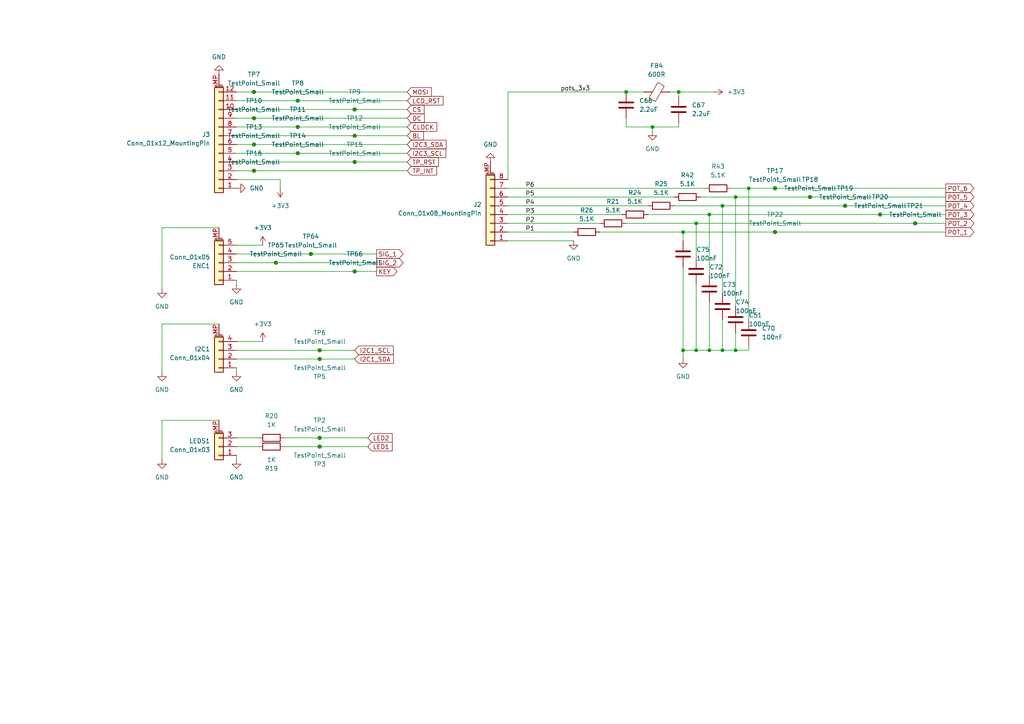
<source format=kicad_sch>
(kicad_sch (version 20250114) (generator "eeschema") (generator_version "9.0")
  (paper "A4")
  (lib_symbols
    (symbol "Connector:TestPoint_Small" (pin_numbers (hide yes)) (pin_names (offset 0.762) (hide yes))
      (property "Reference" "TP" (at 0 3.81 0))
      (property "Value" "TestPoint_Small" (at 0 2.032 0))
      (symbol "TestPoint_Small_0_1"
        (circle (center 0 0) (radius 0.508))
      )
      (symbol "TestPoint_Small_1_1"
        (pin passive line (at 0 0 90) (length 0) (name "1") (number "1"))
      )
    )
    (symbol "Connector_Generic_MountingPin:Conn_01x03_MountingPin" (pin_names (offset 1.016) (hide yes))
      (property "Reference" "J" (at 0 5.08 0))
      (property "Value" "Conn_01x03_MountingPin" (at 1.27 -5.08 0))
      (symbol "Conn_01x03_MountingPin_1_1"
        (rectangle (start -1.27 3.81) (end 1.27 -3.81) (stroke (width 0.254)) (fill (type background)))
        (rectangle (start -1.27 2.667) (end 0 2.413) (stroke (width 0.1524)))
        (rectangle (start -1.27 0.127) (end 0 -0.127) (stroke (width 0.1524)))
        (rectangle (start -1.27 -2.413) (end 0 -2.667) (stroke (width 0.1524)))
        (polyline (pts (xy -1.016 -4.572) (xy 1.016 -4.572)) (stroke (width 0.1524)))
        (text "Mounting" (at 0 -4.191 0) (effects (font (size 0.381 0.381))))
        (pin passive line (at -5.08 2.54 0) (length 3.81) (name "Pin_1") (number "1"))
        (pin passive line (at -5.08 0 0) (length 3.81) (name "Pin_2") (number "2"))
        (pin passive line (at -5.08 -2.54 0) (length 3.81) (name "Pin_3") (number "3"))
        (pin passive line (at 0 -7.62 90) (length 3.048) (name "MountPin") (number "MP"))
      )
    )
    (symbol "Connector_Generic_MountingPin:Conn_01x04_MountingPin" (pin_names (offset 1.016) (hide yes))
      (property "Reference" "J" (at 0 5.08 0))
      (property "Value" "Conn_01x04_MountingPin" (at 1.27 -7.62 0))
      (symbol "Conn_01x04_MountingPin_1_1"
        (rectangle (start -1.27 3.81) (end 1.27 -6.35) (stroke (width 0.254)) (fill (type background)))
        (rectangle (start -1.27 2.667) (end 0 2.413) (stroke (width 0.1524)))
        (rectangle (start -1.27 0.127) (end 0 -0.127) (stroke (width 0.1524)))
        (rectangle (start -1.27 -2.413) (end 0 -2.667) (stroke (width 0.1524)))
        (rectangle (start -1.27 -4.953) (end 0 -5.207) (stroke (width 0.1524)))
        (polyline (pts (xy -1.016 -7.112) (xy 1.016 -7.112)) (stroke (width 0.1524)))
        (text "Mounting" (at 0 -6.731 0) (effects (font (size 0.381 0.381))))
        (pin passive line (at -5.08 2.54 0) (length 3.81) (name "Pin_1") (number "1"))
        (pin passive line (at -5.08 0 0) (length 3.81) (name "Pin_2") (number "2"))
        (pin passive line (at -5.08 -2.54 0) (length 3.81) (name "Pin_3") (number "3"))
        (pin passive line (at -5.08 -5.08 0) (length 3.81) (name "Pin_4") (number "4"))
        (pin passive line (at 0 -10.16 90) (length 3.048) (name "MountPin") (number "MP"))
      )
    )
    (symbol "Connector_Generic_MountingPin:Conn_01x05_MountingPin" (pin_names (offset 1.016) (hide yes))
      (property "Reference" "J" (at 0 7.62 0))
      (property "Value" "Conn_01x05_MountingPin" (at 1.27 -7.62 0))
      (symbol "Conn_01x05_MountingPin_1_1"
        (rectangle (start -1.27 6.35) (end 1.27 -6.35) (stroke (width 0.254)) (fill (type background)))
        (rectangle (start -1.27 5.207) (end 0 4.953) (stroke (width 0.1524)))
        (rectangle (start -1.27 2.667) (end 0 2.413) (stroke (width 0.1524)))
        (rectangle (start -1.27 0.127) (end 0 -0.127) (stroke (width 0.1524)))
        (rectangle (start -1.27 -2.413) (end 0 -2.667) (stroke (width 0.1524)))
        (rectangle (start -1.27 -4.953) (end 0 -5.207) (stroke (width 0.1524)))
        (polyline (pts (xy -1.016 -7.112) (xy 1.016 -7.112)) (stroke (width 0.1524)))
        (text "Mounting" (at 0 -6.731 0) (effects (font (size 0.381 0.381))))
        (pin passive line (at -5.08 5.08 0) (length 3.81) (name "Pin_1") (number "1"))
        (pin passive line (at -5.08 2.54 0) (length 3.81) (name "Pin_2") (number "2"))
        (pin passive line (at -5.08 0 0) (length 3.81) (name "Pin_3") (number "3"))
        (pin passive line (at -5.08 -2.54 0) (length 3.81) (name "Pin_4") (number "4"))
        (pin passive line (at -5.08 -5.08 0) (length 3.81) (name "Pin_5") (number "5"))
        (pin passive line (at 0 -10.16 90) (length 3.048) (name "MountPin") (number "MP"))
      )
    )
    (symbol "Connector_Generic_MountingPin:Conn_01x08_MountingPin" (pin_names (offset 1.016) (hide yes))
      (property "Reference" "J" (at 0 10.16 0))
      (property "Value" "Conn_01x08_MountingPin" (at 1.27 -12.7 0))
      (symbol "Conn_01x08_MountingPin_1_1"
        (rectangle (start -1.27 8.89) (end 1.27 -11.43) (stroke (width 0.254)) (fill (type background)))
        (rectangle (start -1.27 7.747) (end 0 7.493) (stroke (width 0.1524)))
        (rectangle (start -1.27 5.207) (end 0 4.953) (stroke (width 0.1524)))
        (rectangle (start -1.27 2.667) (end 0 2.413) (stroke (width 0.1524)))
        (rectangle (start -1.27 0.127) (end 0 -0.127) (stroke (width 0.1524)))
        (rectangle (start -1.27 -2.413) (end 0 -2.667) (stroke (width 0.1524)))
        (rectangle (start -1.27 -4.953) (end 0 -5.207) (stroke (width 0.1524)))
        (rectangle (start -1.27 -7.493) (end 0 -7.747) (stroke (width 0.1524)))
        (rectangle (start -1.27 -10.033) (end 0 -10.287) (stroke (width 0.1524)))
        (polyline (pts (xy -1.016 -12.192) (xy 1.016 -12.192)) (stroke (width 0.1524)))
        (text "Mounting" (at 0 -11.811 0) (effects (font (size 0.381 0.381))))
        (pin passive line (at -5.08 7.62 0) (length 3.81) (name "Pin_1") (number "1"))
        (pin passive line (at -5.08 5.08 0) (length 3.81) (name "Pin_2") (number "2"))
        (pin passive line (at -5.08 2.54 0) (length 3.81) (name "Pin_3") (number "3"))
        (pin passive line (at -5.08 0 0) (length 3.81) (name "Pin_4") (number "4"))
        (pin passive line (at -5.08 -2.54 0) (length 3.81) (name "Pin_5") (number "5"))
        (pin passive line (at -5.08 -5.08 0) (length 3.81) (name "Pin_6") (number "6"))
        (pin passive line (at -5.08 -7.62 0) (length 3.81) (name "Pin_7") (number "7"))
        (pin passive line (at -5.08 -10.16 0) (length 3.81) (name "Pin_8") (number "8"))
        (pin passive line (at 0 -15.24 90) (length 3.048) (name "MountPin") (number "MP"))
      )
    )
    (symbol "Connector_Generic_MountingPin:Conn_01x12_MountingPin" (pin_names (offset 1.016) (hide yes))
      (property "Reference" "J" (at 0 15.24 0))
      (property "Value" "Conn_01x12_MountingPin" (at 1.27 -17.78 0))
      (symbol "Conn_01x12_MountingPin_1_1"
        (rectangle (start -1.27 13.97) (end 1.27 -16.51) (stroke (width 0.254)) (fill (type background)))
        (rectangle (start -1.27 12.827) (end 0 12.573) (stroke (width 0.1524)))
        (rectangle (start -1.27 10.287) (end 0 10.033) (stroke (width 0.1524)))
        (rectangle (start -1.27 7.747) (end 0 7.493) (stroke (width 0.1524)))
        (rectangle (start -1.27 5.207) (end 0 4.953) (stroke (width 0.1524)))
        (rectangle (start -1.27 2.667) (end 0 2.413) (stroke (width 0.1524)))
        (rectangle (start -1.27 0.127) (end 0 -0.127) (stroke (width 0.1524)))
        (rectangle (start -1.27 -2.413) (end 0 -2.667) (stroke (width 0.1524)))
        (rectangle (start -1.27 -4.953) (end 0 -5.207) (stroke (width 0.1524)))
        (rectangle (start -1.27 -7.493) (end 0 -7.747) (stroke (width 0.1524)))
        (rectangle (start -1.27 -10.033) (end 0 -10.287) (stroke (width 0.1524)))
        (rectangle (start -1.27 -12.573) (end 0 -12.827) (stroke (width 0.1524)))
        (rectangle (start -1.27 -15.113) (end 0 -15.367) (stroke (width 0.1524)))
        (polyline (pts (xy -1.016 -17.272) (xy 1.016 -17.272)) (stroke (width 0.1524)))
        (text "Mounting" (at 0 -16.891 0) (effects (font (size 0.381 0.381))))
        (pin passive line (at -5.08 12.7 0) (length 3.81) (name "Pin_1") (number "1"))
        (pin passive line (at -5.08 10.16 0) (length 3.81) (name "Pin_2") (number "2"))
        (pin passive line (at -5.08 7.62 0) (length 3.81) (name "Pin_3") (number "3"))
        (pin passive line (at -5.08 5.08 0) (length 3.81) (name "Pin_4") (number "4"))
        (pin passive line (at -5.08 2.54 0) (length 3.81) (name "Pin_5") (number "5"))
        (pin passive line (at -5.08 0 0) (length 3.81) (name "Pin_6") (number "6"))
        (pin passive line (at -5.08 -2.54 0) (length 3.81) (name "Pin_7") (number "7"))
        (pin passive line (at -5.08 -5.08 0) (length 3.81) (name "Pin_8") (number "8"))
        (pin passive line (at -5.08 -7.62 0) (length 3.81) (name "Pin_9") (number "9"))
        (pin passive line (at -5.08 -10.16 0) (length 3.81) (name "Pin_10") (number "10"))
        (pin passive line (at -5.08 -12.7 0) (length 3.81) (name "Pin_11") (number "11"))
        (pin passive line (at -5.08 -15.24 0) (length 3.81) (name "Pin_12") (number "12"))
        (pin passive line (at 0 -20.32 90) (length 3.048) (name "MountPin") (number "MP"))
      )
    )
    (symbol "Device:C" (pin_numbers (hide yes)) (pin_names (offset 0.254))
      (property "Reference" "C" (at 0.635 2.54 0))
      (property "Value" "C" (at 0.635 -2.54 0))
      (symbol "C_0_1"
        (polyline (pts (xy -2.032 0.762) (xy 2.032 0.762)) (stroke (width 0.508)))
        (polyline (pts (xy -2.032 -0.762) (xy 2.032 -0.762)) (stroke (width 0.508)))
      )
      (symbol "C_1_1"
        (pin passive line (at 0 3.81 270) (length 2.794) (name "~") (number "1"))
        (pin passive line (at 0 -3.81 90) (length 2.794) (name "~") (number "2"))
      )
    )
    (symbol "Device:FerriteBead" (pin_numbers (hide yes)) (pin_names (offset 0))
      (property "Reference" "FB" (at -3.81 0.635 90))
      (property "Value" "FerriteBead" (at 3.81 0 90))
      (symbol "FerriteBead_0_1"
        (polyline (pts (xy -2.7686 0.4064) (xy -1.7018 2.2606) (xy 2.7686 -0.3048) (xy 1.6764 -2.159) (xy -2.7686 0.4064)))
        (polyline (pts (xy 0 1.27) (xy 0 1.2954)))
        (polyline (pts (xy 0 -1.27) (xy 0 -1.2192)))
      )
      (symbol "FerriteBead_1_1"
        (pin passive line (at 0 3.81 270) (length 2.54) (name "~") (number "1"))
        (pin passive line (at 0 -3.81 90) (length 2.54) (name "~") (number "2"))
      )
    )
    (symbol "Device:R" (pin_numbers (hide yes)) (pin_names (offset 0))
      (property "Reference" "R" (at 2.032 0 90))
      (property "Value" "R" (at 0 0 90))
      (symbol "R_0_1"
        (rectangle (start -1.016 -2.54) (end 1.016 2.54) (stroke (width 0.254)))
      )
      (symbol "R_1_1"
        (pin passive line (at 0 3.81 270) (length 1.27) (name "~") (number "1"))
        (pin passive line (at 0 -3.81 90) (length 1.27) (name "~") (number "2"))
      )
    )
    (symbol "GND_1" (power) (pin_numbers (hide yes)) (pin_names (offset 0) (hide yes))
      (property "Value" "GND" (at 0 -3.81 0))
      (symbol "GND_1_0_1"
        (polyline (pts (xy 0 0) (xy 0 -1.27) (xy 1.27 -1.27) (xy 0 -2.54) (xy -1.27 -1.27) (xy 0 -1.27)))
      )
      (symbol "GND_1_1_1"
        (pin power_in line (at 0 0 270) (length 0) (name "~") (number "1"))
      )
    )
    (symbol "power:+3V3" (power) (pin_numbers (hide yes)) (pin_names (offset 0) (hide yes))
      (property "Value" "+3V3" (at 0 3.556 0))
      (symbol "+3V3_0_1"
        (polyline (pts (xy -0.762 1.27) (xy 0 2.54)))
        (polyline (pts (xy 0 2.54) (xy 0.762 1.27)))
        (polyline (pts (xy 0 0) (xy 0 2.54)))
      )
      (symbol "+3V3_1_1"
        (pin power_in line (at 0 0 90) (length 0) (name "~") (number "1"))
      )
    )
  )
  (junction (at 209.55 59.69))
  (junction (at 102.87 78.74))
  (junction (at 73.66 49.53))
  (junction (at 201.93 101.6))
  (junction (at 245.11 59.69))
  (junction (at 102.87 46.99))
  (junction (at 224.79 67.31))
  (junction (at 73.66 26.67))
  (junction (at 86.36 29.21))
  (junction (at 92.71 129.54))
  (junction (at 102.87 39.37))
  (junction (at 80.01 76.2))
  (junction (at 92.71 127))
  (junction (at 205.74 101.6))
  (junction (at 102.87 31.75))
  (junction (at 181.61 26.67))
  (junction (at 189.23 36.83))
  (junction (at 217.17 54.61))
  (junction (at 201.93 64.77))
  (junction (at 255.27 62.23))
  (junction (at 196.85 26.67))
  (junction (at 205.74 62.23))
  (junction (at 90.17 73.66))
  (junction (at 92.71 101.6))
  (junction (at 198.12 67.31))
  (junction (at 198.12 101.6))
  (junction (at 73.66 41.91))
  (junction (at 265.43 64.77))
  (junction (at 213.36 101.6))
  (junction (at 92.71 104.14))
  (junction (at 234.95 57.15))
  (junction (at 224.79 54.61))
  (junction (at 213.36 57.15))
  (junction (at 209.55 101.6))
  (junction (at 73.66 34.29))
  (junction (at 86.36 44.45))
  (junction (at 86.36 36.83))
  (wire (pts (xy 118.11 29.21) (xy 86.36 29.21)))
  (wire (pts (xy 109.22 73.66) (xy 90.17 73.66)))
  (wire (pts (xy 181.61 26.67) (xy 147.32 26.67)))
  (wire (pts (xy 205.74 62.23) (xy 205.74 80.01)))
  (wire (pts (xy 187.96 62.23) (xy 205.74 62.23)))
  (wire (pts (xy 73.66 26.67) (xy 68.58 26.67)))
  (wire (pts (xy 181.61 36.83) (xy 181.61 34.29)))
  (wire (pts (xy 198.12 67.31) (xy 224.79 67.31)))
  (wire (pts (xy 147.32 64.77) (xy 173.99 64.77)))
  (wire (pts (xy 198.12 101.6) (xy 198.12 104.14)))
  (wire (pts (xy 46.99 93.98) (xy 46.99 107.95)))
  (wire (pts (xy 76.2 99.06) (xy 68.58 99.06)))
  (wire (pts (xy 73.66 49.53) (xy 68.58 49.53)))
  (wire (pts (xy 73.66 41.91) (xy 68.58 41.91)))
  (wire (pts (xy 68.58 106.68) (xy 68.58 107.95)))
  (wire (pts (xy 181.61 26.67) (xy 186.69 26.67)))
  (wire (pts (xy 213.36 101.6) (xy 217.17 101.6)))
  (wire (pts (xy 201.93 82.55) (xy 201.93 101.6)))
  (wire (pts (xy 201.93 64.77) (xy 265.43 64.77)))
  (wire (pts (xy 189.23 36.83) (xy 181.61 36.83)))
  (wire (pts (xy 81.28 52.07) (xy 68.58 52.07)))
  (wire (pts (xy 201.93 64.77) (xy 201.93 74.93)))
  (wire (pts (xy 205.74 87.63) (xy 205.74 101.6)))
  (wire (pts (xy 195.58 59.69) (xy 209.55 59.69)))
  (wire (pts (xy 198.12 69.85) (xy 198.12 67.31)))
  (wire (pts (xy 147.32 69.85) (xy 166.37 69.85)))
  (wire (pts (xy 209.55 92.71) (xy 209.55 101.6)))
  (wire (pts (xy 147.32 26.67) (xy 147.32 52.07)))
  (wire (pts (xy 118.11 41.91) (xy 73.66 41.91)))
  (wire (pts (xy 92.71 104.14) (xy 102.87 104.14)))
  (wire (pts (xy 109.22 78.74) (xy 102.87 78.74)))
  (wire (pts (xy 212.09 54.61) (xy 217.17 54.61)))
  (wire (pts (xy 213.36 57.15) (xy 234.95 57.15)))
  (wire (pts (xy 147.32 54.61) (xy 204.47 54.61)))
  (wire (pts (xy 189.23 36.83) (xy 196.85 36.83)))
  (wire (pts (xy 102.87 31.75) (xy 68.58 31.75)))
  (wire (pts (xy 205.74 101.6) (xy 209.55 101.6)))
  (wire (pts (xy 92.71 129.54) (xy 106.68 129.54)))
  (wire (pts (xy 217.17 100.33) (xy 217.17 101.6)))
  (wire (pts (xy 198.12 101.6) (xy 201.93 101.6)))
  (wire (pts (xy 189.23 36.83) (xy 189.23 38.1)))
  (wire (pts (xy 68.58 101.6) (xy 92.71 101.6)))
  (wire (pts (xy 203.2 57.15) (xy 213.36 57.15)))
  (wire (pts (xy 68.58 104.14) (xy 92.71 104.14)))
  (wire (pts (xy 147.32 62.23) (xy 180.34 62.23)))
  (wire (pts (xy 46.99 121.92) (xy 63.5 121.92)))
  (wire (pts (xy 46.99 66.04) (xy 63.5 66.04)))
  (wire (pts (xy 201.93 101.6) (xy 205.74 101.6)))
  (wire (pts (xy 147.32 67.31) (xy 166.37 67.31)))
  (wire (pts (xy 118.11 39.37) (xy 102.87 39.37)))
  (wire (pts (xy 245.11 59.69) (xy 274.32 59.69)))
  (wire (pts (xy 213.36 57.15) (xy 213.36 88.9)))
  (wire (pts (xy 68.58 127) (xy 74.93 127)))
  (wire (pts (xy 90.17 73.66) (xy 68.58 73.66)))
  (wire (pts (xy 173.99 67.31) (xy 198.12 67.31)))
  (wire (pts (xy 118.11 49.53) (xy 73.66 49.53)))
  (wire (pts (xy 147.32 57.15) (xy 195.58 57.15)))
  (wire (pts (xy 68.58 129.54) (xy 74.93 129.54)))
  (wire (pts (xy 217.17 54.61) (xy 217.17 92.71)))
  (wire (pts (xy 118.11 34.29) (xy 73.66 34.29)))
  (wire (pts (xy 205.74 62.23) (xy 255.27 62.23)))
  (wire (pts (xy 194.31 26.67) (xy 196.85 26.67)))
  (wire (pts (xy 209.55 59.69) (xy 209.55 85.09)))
  (wire (pts (xy 187.96 59.69) (xy 147.32 59.69)))
  (wire (pts (xy 92.71 129.54) (xy 82.55 129.54)))
  (wire (pts (xy 196.85 26.67) (xy 207.01 26.67)))
  (wire (pts (xy 68.58 133.35) (xy 68.58 132.08)))
  (wire (pts (xy 92.71 127) (xy 106.68 127)))
  (wire (pts (xy 92.71 127) (xy 82.55 127)))
  (wire (pts (xy 73.66 34.29) (xy 68.58 34.29)))
  (wire (pts (xy 255.27 62.23) (xy 274.32 62.23)))
  (wire (pts (xy 118.11 44.45) (xy 86.36 44.45)))
  (wire (pts (xy 86.36 29.21) (xy 68.58 29.21)))
  (wire (pts (xy 86.36 36.83) (xy 68.58 36.83)))
  (wire (pts (xy 224.79 67.31) (xy 274.32 67.31)))
  (wire (pts (xy 68.58 82.55) (xy 68.58 81.28)))
  (wire (pts (xy 76.2 71.12) (xy 68.58 71.12)))
  (wire (pts (xy 209.55 59.69) (xy 245.11 59.69)))
  (wire (pts (xy 118.11 46.99) (xy 102.87 46.99)))
  (wire (pts (xy 213.36 96.52) (xy 213.36 101.6)))
  (wire (pts (xy 86.36 44.45) (xy 68.58 44.45)))
  (wire (pts (xy 198.12 77.47) (xy 198.12 101.6)))
  (wire (pts (xy 118.11 26.67) (xy 73.66 26.67)))
  (wire (pts (xy 217.17 54.61) (xy 224.79 54.61)))
  (wire (pts (xy 118.11 31.75) (xy 102.87 31.75)))
  (wire (pts (xy 68.58 78.74) (xy 102.87 78.74)))
  (wire (pts (xy 224.79 54.61) (xy 274.32 54.61)))
  (wire (pts (xy 234.95 57.15) (xy 274.32 57.15)))
  (wire (pts (xy 80.01 76.2) (xy 68.58 76.2)))
  (wire (pts (xy 196.85 35.56) (xy 196.85 36.83)))
  (wire (pts (xy 265.43 64.77) (xy 274.32 64.77)))
  (wire (pts (xy 46.99 133.35) (xy 46.99 121.92)))
  (wire (pts (xy 102.87 39.37) (xy 68.58 39.37)))
  (wire (pts (xy 80.01 76.2) (xy 109.22 76.2)))
  (wire (pts (xy 102.87 46.99) (xy 68.58 46.99)))
  (wire (pts (xy 118.11 36.83) (xy 86.36 36.83)))
  (wire (pts (xy 63.5 93.98) (xy 46.99 93.98)))
  (wire (pts (xy 209.55 101.6) (xy 213.36 101.6)))
  (wire (pts (xy 181.61 64.77) (xy 201.93 64.77)))
  (wire (pts (xy 196.85 27.94) (xy 196.85 26.67)))
  (wire (pts (xy 46.99 83.82) (xy 46.99 66.04)))
  (wire (pts (xy 81.28 54.61) (xy 81.28 52.07)))
  (wire (pts (xy 92.71 101.6) (xy 102.87 101.6)))
  (label "P1" (at 152.4 67.31 0))
  (label "P2" (at 152.4 64.77 0))
  (label "P3" (at 152.4 62.23 0))
  (label "pots_3v3" (at 162.56 26.67 0))
  (label "P4" (at 152.4 59.69 0))
  (label "P6" (at 152.4 54.61 0))
  (label "P5" (at 152.4 57.15 0))
  (global_label "LED2" (shape input) (at 106.68 127 0) (property "Intersheetrefs" "${INTERSHEET_REFS}" (effects (hide yes))))
  (global_label "POT_1" (shape output) (at 274.32 67.31 0) (property "Intersheetrefs" "${INTERSHEET_REFS}" (effects (hide yes))))
  (global_label "POT_2" (shape output) (at 274.32 64.77 0) (property "Intersheetrefs" "${INTERSHEET_REFS}" (effects (hide yes))))
  (global_label "SIG_1" (shape output) (at 109.22 73.66 0) (property "Intersheetrefs" "${INTERSHEET_REFS}" (effects (hide yes))))
  (global_label "LCD_RST" (shape input) (at 118.11 29.21 0) (property "Intersheetrefs" "${INTERSHEET_REFS}" (effects (hide yes))))
  (global_label "DC" (shape input) (at 118.11 34.29 0) (property "Intersheetrefs" "${INTERSHEET_REFS}" (effects (hide yes))))
  (global_label "POT_3" (shape output) (at 274.32 62.23 0) (property "Intersheetrefs" "${INTERSHEET_REFS}" (effects (hide yes))))
  (global_label "BL" (shape input) (at 118.11 39.37 0) (property "Intersheetrefs" "${INTERSHEET_REFS}" (effects (hide yes))))
  (global_label "MOSI" (shape input) (at 118.11 26.67 0) (property "Intersheetrefs" "${INTERSHEET_REFS}" (effects (hide yes))))
  (global_label "POT_5" (shape output) (at 274.32 57.15 0) (property "Intersheetrefs" "${INTERSHEET_REFS}" (effects (hide yes))))
  (global_label "LED1" (shape input) (at 106.68 129.54 0) (property "Intersheetrefs" "${INTERSHEET_REFS}" (effects (hide yes))))
  (global_label "CS" (shape input) (at 118.11 31.75 0) (property "Intersheetrefs" "${INTERSHEET_REFS}" (effects (hide yes))))
  (global_label "I2C3_SCL" (shape input) (at 118.11 44.45 0) (property "Intersheetrefs" "${INTERSHEET_REFS}" (effects (hide yes))))
  (global_label "POT_4" (shape output) (at 274.32 59.69 0) (property "Intersheetrefs" "${INTERSHEET_REFS}" (effects (hide yes))))
  (global_label "I2C1_SCL" (shape input) (at 102.87 101.6 0) (property "Intersheetrefs" "${INTERSHEET_REFS}" (effects (hide yes))))
  (global_label "POT_6" (shape output) (at 274.32 54.61 0) (property "Intersheetrefs" "${INTERSHEET_REFS}" (effects (hide yes))))
  (global_label "KEY" (shape output) (at 109.22 78.74 0) (property "Intersheetrefs" "${INTERSHEET_REFS}" (effects (hide yes))))
  (global_label "CLOCK" (shape input) (at 118.11 36.83 0) (property "Intersheetrefs" "${INTERSHEET_REFS}" (effects (hide yes))))
  (global_label "TP_RST" (shape input) (at 118.11 46.99 0) (property "Intersheetrefs" "${INTERSHEET_REFS}" (effects (hide yes))))
  (global_label "TP_INT" (shape input) (at 118.11 49.53 0) (property "Intersheetrefs" "${INTERSHEET_REFS}" (effects (hide yes))))
  (global_label "I2C3_SDA" (shape input) (at 118.11 41.91 0) (property "Intersheetrefs" "${INTERSHEET_REFS}" (effects (hide yes))))
  (global_label "I2C1_SDA" (shape input) (at 102.87 104.14 0) (property "Intersheetrefs" "${INTERSHEET_REFS}" (effects (hide yes))))
  (global_label "SIG_2" (shape output) (at 109.22 76.2 0) (property "Intersheetrefs" "${INTERSHEET_REFS}" (effects (hide yes))))
  (symbol (lib_id "Device:C") (at 205.74 83.82 0) (unit 1)
    (property "Reference" "C73" (at 209.55 82.5499 0) (effects (justify left)))
    (property "Value" "100nF" (at 209.55 85.0899 0) (effects (justify left)))
    (property "Footprint" "Capacitor_SMD:C_0603_1608Metric" (effects (hide yes)))
  )
  (symbol (lib_name "GND_1") (lib_id "power:GND") (at 198.12 104.14 0) (unit 1)
    (property "Reference" "#PWR050" (effects (hide yes)))
    (property "Value" "GND" (at 198.12 109.22 0))
    (property "Description" "Power symbol creates a global label with name \"GND\" , ground" (effects (hide yes)))
  )
  (symbol (lib_id "Device:C") (at 196.85 31.75 0) (unit 1)
    (property "Reference" "C67" (at 200.66 30.4799 0) (effects (justify left)))
    (property "Value" "2.2uF" (at 200.66 33.0199 0) (effects (justify left)))
    (property "Footprint" "Capacitor_SMD:C_0603_1608Metric" (effects (hide yes)))
  )
  (symbol (lib_id "Connector:TestPoint_Small") (at 73.66 49.53 90) (unit 1)
    (property "Reference" "TP16" (at 73.66 44.45 90))
    (property "Value" "TestPoint_Small" (at 73.66 46.99 90))
    (property "Footprint" "TestPoint:TestPoint_Pad_D1.0mm" (effects (hide yes)))
    (property "Description" "test point" (effects (hide yes)))
  )
  (symbol (lib_id "Device:C") (at 181.61 30.48 0) (unit 1)
    (property "Reference" "C66" (at 185.42 29.2099 0) (effects (justify left)))
    (property "Value" "2.2uF" (at 185.42 31.7499 0) (effects (justify left)))
    (property "Footprint" "Capacitor_SMD:C_0603_1608Metric" (effects (hide yes)))
  )
  (symbol (lib_name "GND_1") (lib_id "power:GND") (at 166.37 69.85 0) (unit 1)
    (property "Reference" "#PWR045" (effects (hide yes)))
    (property "Value" "GND" (at 166.37 74.93 0))
    (property "Description" "Power symbol creates a global label with name \"GND\" , ground" (effects (hide yes)))
  )
  (symbol (lib_id "Connector:TestPoint_Small") (at 92.71 104.14 90) (mirror x) (unit 1)
    (property "Reference" "TP5" (at 92.71 109.22 90))
    (property "Value" "TestPoint_Small" (at 92.71 106.68 90))
    (property "Footprint" "TestPoint:TestPoint_Pad_D1.0mm" (effects (hide yes)))
    (property "Description" "test point" (effects (hide yes)))
  )
  (symbol (lib_id "Device:C") (at 217.17 96.52 0) (unit 1)
    (property "Reference" "C70" (at 220.98 95.2499 0) (effects (justify left)))
    (property "Value" "100nF" (at 220.98 97.7899 0) (effects (justify left)))
    (property "Footprint" "Capacitor_SMD:C_0603_1608Metric" (effects (hide yes)))
  )
  (symbol (lib_name "GND_1") (lib_id "power:GND") (at 63.5 21.59 180) (unit 1)
    (property "Reference" "#PWR090" (effects (hide yes)))
    (property "Value" "GND" (at 63.5 16.51 0))
    (property "Description" "Power symbol creates a global label with name \"GND\" , ground" (effects (hide yes)))
  )
  (symbol (lib_id "Device:C") (at 201.93 78.74 0) (unit 1)
    (property "Reference" "C72" (at 205.74 77.4699 0) (effects (justify left)))
    (property "Value" "100nF" (at 205.74 80.0099 0) (effects (justify left)))
    (property "Footprint" "Capacitor_SMD:C_0603_1608Metric" (effects (hide yes)))
  )
  (symbol (lib_name "GND_1") (lib_id "power:GND") (at 68.58 54.61 90) (unit 1)
    (property "Reference" "#PWR088" (effects (hide yes)))
    (property "Value" "GND" (at 72.39 54.6099 90) (effects (justify right)))
    (property "Description" "Power symbol creates a global label with name \"GND\" , ground" (effects (hide yes)))
  )
  (symbol (lib_id "Connector_Generic_MountingPin:Conn_01x08_MountingPin") (at 142.24 62.23 180) (unit 1)
    (property "Reference" "J2" (at 139.7 59.3343 0) (effects (justify left)))
    (property "Value" "Conn_01x08_MountingPin" (at 139.7 61.8743 0) (effects (justify left)))
    (property "Footprint" "Connector_Molex:Molex_PicoBlade_53398-0871_1x08-1MP_P1.25mm_Vertical" (effects (hide yes)))
    (property "Description" "Generic connectable mounting pin connector, single row, 01x08, script generated (kicad-library-utils/schlib/autogen/connector/)" (effects (hide yes)))
  )
  (symbol (lib_name "GND_1") (lib_id "power:GND") (at 68.58 82.55 0) (unit 1)
    (property "Reference" "#PWR017" (effects (hide yes)))
    (property "Value" "GND" (at 68.58 87.63 0))
    (property "Description" "Power symbol creates a global label with name \"GND\" , ground" (effects (hide yes)))
  )
  (symbol (lib_id "Connector:TestPoint_Small") (at 92.71 127 90) (unit 1)
    (property "Reference" "TP2" (at 92.71 121.92 90))
    (property "Value" "TestPoint_Small" (at 92.71 124.46 90))
    (property "Footprint" "TestPoint:TestPoint_Pad_D1.0mm" (effects (hide yes)))
    (property "Description" "test point" (effects (hide yes)))
  )
  (symbol (lib_id "Connector:TestPoint_Small") (at 80.01 76.2 90) (unit 1)
    (property "Reference" "TP65" (at 80.01 71.12 90))
    (property "Value" "TestPoint_Small" (at 80.01 73.66 90))
    (property "Footprint" "TestPoint:TestPoint_Pad_D1.0mm" (effects (hide yes)))
    (property "Description" "test point" (effects (hide yes)))
  )
  (symbol (lib_id "Device:C") (at 209.55 88.9 0) (unit 1)
    (property "Reference" "C74" (at 213.36 87.6299 0) (effects (justify left)))
    (property "Value" "100nF" (at 213.36 90.1699 0) (effects (justify left)))
    (property "Footprint" "Capacitor_SMD:C_0603_1608Metric" (effects (hide yes)))
  )
  (symbol (lib_id "Device:C") (at 213.36 92.71 0) (unit 1)
    (property "Reference" "C51" (at 217.17 91.4399 0) (effects (justify left)))
    (property "Value" "100nF" (at 217.17 93.9799 0) (effects (justify left)))
    (property "Footprint" "Capacitor_SMD:C_0603_1608Metric" (effects (hide yes)))
  )
  (symbol (lib_id "Connector:TestPoint_Small") (at 234.95 57.15 90) (unit 1)
    (property "Reference" "TP18" (at 234.95 52.07 90))
    (property "Value" "TestPoint_Small" (at 234.95 54.61 90))
    (property "Footprint" "TestPoint:TestPoint_Pad_D1.0mm" (effects (hide yes)))
    (property "Description" "test point" (effects (hide yes)))
  )
  (symbol (lib_id "power:+3V3") (at 81.28 54.61 180) (unit 1)
    (property "Reference" "#PWR091" (effects (hide yes)))
    (property "Value" "+3V3" (at 81.28 59.69 0))
    (property "Description" "Power symbol creates a global label with name \"+3V3\"" (effects (hide yes)))
  )
  (symbol (lib_id "Connector:TestPoint_Small") (at 102.87 31.75 90) (unit 1)
    (property "Reference" "TP9" (at 102.87 26.67 90))
    (property "Value" "TestPoint_Small" (at 102.87 29.21 90))
    (property "Footprint" "TestPoint:TestPoint_Pad_D1.0mm" (effects (hide yes)))
    (property "Description" "test point" (effects (hide yes)))
  )
  (symbol (lib_id "Device:FerriteBead") (at 190.5 26.67 90) (unit 1)
    (property "Reference" "FB4" (at 190.4492 19.05 90))
    (property "Value" "600R" (at 190.4492 21.59 90))
    (property "Footprint" "Inductor_SMD:L_0603_1608Metric" (effects (hide yes)))
    (property "Description" "Ferrite bead" (effects (hide yes)))
  )
  (symbol (lib_id "Device:C") (at 198.12 73.66 0) (unit 1)
    (property "Reference" "C75" (at 201.93 72.3899 0) (effects (justify left)))
    (property "Value" "100nF" (at 201.93 74.9299 0) (effects (justify left)))
    (property "Footprint" "Capacitor_SMD:C_0603_1608Metric" (effects (hide yes)))
  )
  (symbol (lib_id "Connector_Generic_MountingPin:Conn_01x12_MountingPin") (at 63.5 41.91 180) (unit 1)
    (property "Reference" "J3" (at 60.96 39.0143 0) (effects (justify left)))
    (property "Value" "Conn_01x12_MountingPin" (at 60.96 41.5543 0) (effects (justify left)))
    (property "Footprint" "Connector_Molex:Molex_PicoBlade_53398-1271_1x12-1MP_P1.25mm_Vertical" (effects (hide yes)))
    (property "Description" "Generic connectable mounting pin connector, single row, 01x12, script generated (kicad-library-utils/schlib/autogen/connector/)" (effects (hide yes)))
  )
  (symbol (lib_id "Connector:TestPoint_Small") (at 102.87 78.74 90) (unit 1)
    (property "Reference" "TP66" (at 102.87 73.66 90))
    (property "Value" "TestPoint_Small" (at 102.87 76.2 90))
    (property "Footprint" "TestPoint:TestPoint_Pad_D1.0mm" (effects (hide yes)))
    (property "Description" "test point" (effects (hide yes)))
  )
  (symbol (lib_name "GND_1") (lib_id "power:GND") (at 189.23 38.1 0) (unit 1)
    (property "Reference" "#PWR064" (effects (hide yes)))
    (property "Value" "GND" (at 189.23 43.18 0))
    (property "Description" "Power symbol creates a global label with name \"GND\" , ground" (effects (hide yes)))
  )
  (symbol (lib_name "GND_1") (lib_id "power:GND") (at 46.99 107.95 0) (unit 1)
    (property "Reference" "#PWR0121" (effects (hide yes)))
    (property "Value" "GND" (at 46.99 113.03 0))
    (property "Description" "Power symbol creates a global label with name \"GND\" , ground" (effects (hide yes)))
  )
  (symbol (lib_name "GND_1") (lib_id "power:GND") (at 46.99 133.35 0) (unit 1)
    (property "Reference" "#PWR087" (effects (hide yes)))
    (property "Value" "GND" (at 46.99 138.43 0))
    (property "Description" "Power symbol creates a global label with name \"GND\" , ground" (effects (hide yes)))
  )
  (symbol (lib_id "Device:R") (at 78.74 129.54 90) (mirror x) (unit 1)
    (property "Reference" "R19" (at 78.74 135.89 90))
    (property "Value" "1K" (at 78.74 133.35 90))
    (property "Footprint" "Resistor_SMD:R_0603_1608Metric" (effects (hide yes)))
  )
  (symbol (lib_id "Connector:TestPoint_Small") (at 255.27 62.23 90) (unit 1)
    (property "Reference" "TP20" (at 255.27 57.15 90))
    (property "Value" "TestPoint_Small" (at 255.27 59.69 90))
    (property "Footprint" "TestPoint:TestPoint_Pad_D1.0mm" (effects (hide yes)))
    (property "Description" "test point" (effects (hide yes)))
  )
  (symbol (lib_id "power:+3V3") (at 76.2 99.06 0) (unit 1)
    (property "Reference" "#PWR035" (effects (hide yes)))
    (property "Value" "+3V3" (at 76.2 93.98 0))
    (property "Description" "Power symbol creates a global label with name \"+3V3\"" (effects (hide yes)))
  )
  (symbol (lib_id "power:+3V3") (at 76.2 71.12 0) (unit 1)
    (property "Reference" "#PWR0106" (effects (hide yes)))
    (property "Value" "+3V3" (at 76.2 66.04 0))
    (property "Description" "Power symbol creates a global label with name \"+3V3\"" (effects (hide yes)))
  )
  (symbol (lib_id "Connector:TestPoint_Small") (at 102.87 39.37 90) (unit 1)
    (property "Reference" "TP12" (at 102.87 34.29 90))
    (property "Value" "TestPoint_Small" (at 102.87 36.83 90))
    (property "Footprint" "TestPoint:TestPoint_Pad_D1.0mm" (effects (hide yes)))
    (property "Description" "test point" (effects (hide yes)))
  )
  (symbol (lib_id "Device:R") (at 170.18 67.31 90) (unit 1)
    (property "Reference" "R26" (at 170.18 60.96 90))
    (property "Value" "5.1K" (at 170.18 63.5 90))
    (property "Footprint" "Resistor_SMD:R_0603_1608Metric" (effects (hide yes)))
  )
  (symbol (lib_id "Device:R") (at 78.74 127 90) (unit 1)
    (property "Reference" "R20" (at 78.74 120.65 90))
    (property "Value" "1K" (at 78.74 123.19 90))
    (property "Footprint" "Resistor_SMD:R_0603_1608Metric" (effects (hide yes)))
  )
  (symbol (lib_id "Connector_Generic_MountingPin:Conn_01x05_MountingPin") (at 63.5 76.2 180) (unit 1)
    (property "Reference" "ENC1" (at 60.96 77.1145 0) (effects (justify left)))
    (property "Value" "Conn_01x05" (at 60.96 74.5745 0) (effects (justify left)))
    (property "Footprint" "Connector_Molex:Molex_PicoBlade_53398-0571_1x05-1MP_P1.25mm_Vertical" (effects (hide yes)))
    (property "Description" "Generic connectable mounting pin connector, single row, 01x05, script generated (kicad-library-utils/schlib/autogen/connector/)" (effects (hide yes)))
  )
  (symbol (lib_id "Device:R") (at 208.28 54.61 90) (unit 1)
    (property "Reference" "R43" (at 208.28 48.26 90))
    (property "Value" "5.1K" (at 208.28 50.8 90))
    (property "Footprint" "Resistor_SMD:R_0603_1608Metric" (effects (hide yes)))
  )
  (symbol (lib_id "Connector:TestPoint_Small") (at 224.79 54.61 90) (unit 1)
    (property "Reference" "TP17" (at 224.79 49.53 90))
    (property "Value" "TestPoint_Small" (at 224.79 52.07 90))
    (property "Footprint" "TestPoint:TestPoint_Pad_D1.0mm" (effects (hide yes)))
    (property "Description" "test point" (effects (hide yes)))
  )
  (symbol (lib_id "Connector:TestPoint_Small") (at 86.36 44.45 90) (unit 1)
    (property "Reference" "TP14" (at 86.36 39.37 90))
    (property "Value" "TestPoint_Small" (at 86.36 41.91 90))
    (property "Footprint" "TestPoint:TestPoint_Pad_D1.0mm" (effects (hide yes)))
    (property "Description" "test point" (effects (hide yes)))
  )
  (symbol (lib_id "power:+3V3") (at 207.01 26.67 270) (unit 1)
    (property "Reference" "#PWR047" (effects (hide yes)))
    (property "Value" "+3V3" (at 210.82 26.6699 90) (effects (justify left)))
    (property "Description" "Power symbol creates a global label with name \"+3V3\"" (effects (hide yes)))
  )
  (symbol (lib_id "Connector_Generic_MountingPin:Conn_01x03_MountingPin") (at 63.5 129.54 180) (unit 1)
    (property "Reference" "LEDS1" (at 60.96 127.9143 0) (effects (justify left)))
    (property "Value" "Conn_01x03" (at 60.96 130.4543 0) (effects (justify left)))
    (property "Footprint" "Connector_Molex:Molex_PicoBlade_53398-0371_1x03-1MP_P1.25mm_Vertical" (effects (hide yes)))
    (property "Description" "Generic connectable mounting pin connector, single row, 01x03, script generated (kicad-library-utils/schlib/autogen/connector/)" (effects (hide yes)))
  )
  (symbol (lib_name "GND_1") (lib_id "power:GND") (at 46.99 83.82 0) (unit 1)
    (property "Reference" "#PWR0107" (effects (hide yes)))
    (property "Value" "GND" (at 46.99 88.9 0))
    (property "Description" "Power symbol creates a global label with name \"GND\" , ground" (effects (hide yes)))
  )
  (symbol (lib_id "Connector_Generic_MountingPin:Conn_01x04_MountingPin") (at 63.5 104.14 180) (unit 1)
    (property "Reference" "I2C1" (at 60.96 101.2443 0) (effects (justify left)))
    (property "Value" "Conn_01x04" (at 60.96 103.7843 0) (effects (justify left)))
    (property "Footprint" "Connector_Molex:Molex_PicoBlade_53398-0471_1x04-1MP_P1.25mm_Vertical" (effects (hide yes)))
    (property "Description" "Generic connectable mounting pin connector, single row, 01x04, script generated (kicad-library-utils/schlib/autogen/connector/)" (effects (hide yes)))
  )
  (symbol (lib_id "Connector:TestPoint_Small") (at 102.87 46.99 90) (unit 1)
    (property "Reference" "TP15" (at 102.87 41.91 90))
    (property "Value" "TestPoint_Small" (at 102.87 44.45 90))
    (property "Footprint" "TestPoint:TestPoint_Pad_D1.0mm" (effects (hide yes)))
    (property "Description" "test point" (effects (hide yes)))
  )
  (symbol (lib_id "Device:R") (at 191.77 59.69 90) (unit 1)
    (property "Reference" "R25" (at 191.77 53.34 90))
    (property "Value" "5.1K" (at 191.77 55.88 90))
    (property "Footprint" "Resistor_SMD:R_0603_1608Metric" (effects (hide yes)))
  )
  (symbol (lib_id "Device:R") (at 184.15 62.23 90) (unit 1)
    (property "Reference" "R24" (at 184.15 55.88 90))
    (property "Value" "5.1K" (at 184.15 58.42 90))
    (property "Footprint" "Resistor_SMD:R_0603_1608Metric" (effects (hide yes)))
  )
  (symbol (lib_id "Connector:TestPoint_Small") (at 73.66 41.91 90) (unit 1)
    (property "Reference" "TP13" (at 73.66 36.83 90))
    (property "Value" "TestPoint_Small" (at 73.66 39.37 90))
    (property "Footprint" "TestPoint:TestPoint_Pad_D1.0mm" (effects (hide yes)))
    (property "Description" "test point" (effects (hide yes)))
  )
  (symbol (lib_name "GND_1") (lib_id "power:GND") (at 68.58 107.95 0) (mirror y) (unit 1)
    (property "Reference" "#PWR028" (effects (hide yes)))
    (property "Value" "GND" (at 68.58 113.03 0))
    (property "Description" "Power symbol creates a global label with name \"GND\" , ground" (effects (hide yes)))
  )
  (symbol (lib_id "Device:R") (at 199.39 57.15 90) (unit 1)
    (property "Reference" "R42" (at 199.39 50.8 90))
    (property "Value" "5.1K" (at 199.39 53.34 90))
    (property "Footprint" "Resistor_SMD:R_0603_1608Metric" (effects (hide yes)))
  )
  (symbol (lib_id "Connector:TestPoint_Small") (at 92.71 101.6 90) (unit 1)
    (property "Reference" "TP6" (at 92.71 96.52 90))
    (property "Value" "TestPoint_Small" (at 92.71 99.06 90))
    (property "Footprint" "TestPoint:TestPoint_Pad_D1.0mm" (effects (hide yes)))
    (property "Description" "test point" (effects (hide yes)))
  )
  (symbol (lib_id "Connector:TestPoint_Small") (at 86.36 29.21 90) (unit 1)
    (property "Reference" "TP8" (at 86.36 24.13 90))
    (property "Value" "TestPoint_Small" (at 86.36 26.67 90))
    (property "Footprint" "TestPoint:TestPoint_Pad_D1.0mm" (effects (hide yes)))
    (property "Description" "test point" (effects (hide yes)))
  )
  (symbol (lib_id "Connector:TestPoint_Small") (at 224.79 67.31 90) (unit 1)
    (property "Reference" "TP22" (at 224.79 62.23 90))
    (property "Value" "TestPoint_Small" (at 224.79 64.77 90))
    (property "Footprint" "TestPoint:TestPoint_Pad_D1.0mm" (effects (hide yes)))
    (property "Description" "test point" (effects (hide yes)))
  )
  (symbol (lib_id "Connector:TestPoint_Small") (at 73.66 34.29 90) (unit 1)
    (property "Reference" "TP10" (at 73.66 29.21 90))
    (property "Value" "TestPoint_Small" (at 73.66 31.75 90))
    (property "Footprint" "TestPoint:TestPoint_Pad_D1.0mm" (effects (hide yes)))
    (property "Description" "test point" (effects (hide yes)))
  )
  (symbol (lib_name "GND_1") (lib_id "power:GND") (at 68.58 133.35 0) (unit 1)
    (property "Reference" "#PWR019" (effects (hide yes)))
    (property "Value" "GND" (at 68.58 138.43 0))
    (property "Description" "Power symbol creates a global label with name \"GND\" , ground" (effects (hide yes)))
  )
  (symbol (lib_id "Connector:TestPoint_Small") (at 265.43 64.77 90) (unit 1)
    (property "Reference" "TP21" (at 265.43 59.69 90))
    (property "Value" "TestPoint_Small" (at 265.43 62.23 90))
    (property "Footprint" "TestPoint:TestPoint_Pad_D1.0mm" (effects (hide yes)))
    (property "Description" "test point" (effects (hide yes)))
  )
  (symbol (lib_id "Connector:TestPoint_Small") (at 245.11 59.69 90) (unit 1)
    (property "Reference" "TP19" (at 245.11 54.61 90))
    (property "Value" "TestPoint_Small" (at 245.11 57.15 90))
    (property "Footprint" "TestPoint:TestPoint_Pad_D1.0mm" (effects (hide yes)))
    (property "Description" "test point" (effects (hide yes)))
  )
  (symbol (lib_id "Device:R") (at 177.8 64.77 90) (unit 1)
    (property "Reference" "R21" (at 177.8 58.42 90))
    (property "Value" "5.1K" (at 177.8 60.96 90))
    (property "Footprint" "Resistor_SMD:R_0603_1608Metric" (effects (hide yes)))
  )
  (symbol (lib_id "Connector:TestPoint_Small") (at 86.36 36.83 90) (unit 1)
    (property "Reference" "TP11" (at 86.36 31.75 90))
    (property "Value" "TestPoint_Small" (at 86.36 34.29 90))
    (property "Footprint" "TestPoint:TestPoint_Pad_D1.0mm" (effects (hide yes)))
    (property "Description" "test point" (effects (hide yes)))
  )
  (symbol (lib_name "GND_1") (lib_id "power:GND") (at 142.24 46.99 180) (unit 1)
    (property "Reference" "#PWR089" (effects (hide yes)))
    (property "Value" "GND" (at 142.24 41.91 0))
    (property "Description" "Power symbol creates a global label with name \"GND\" , ground" (effects (hide yes)))
  )
  (symbol (lib_id "Connector:TestPoint_Small") (at 73.66 26.67 90) (unit 1)
    (property "Reference" "TP7" (at 73.66 21.59 90))
    (property "Value" "TestPoint_Small" (at 73.66 24.13 90))
    (property "Footprint" "TestPoint:TestPoint_Pad_D1.0mm" (effects (hide yes)))
    (property "Description" "test point" (effects (hide yes)))
  )
  (symbol (lib_id "Connector:TestPoint_Small") (at 90.17 73.66 90) (unit 1)
    (property "Reference" "TP64" (at 90.17 68.58 90))
    (property "Value" "TestPoint_Small" (at 90.17 71.12 90))
    (property "Footprint" "TestPoint:TestPoint_Pad_D1.0mm" (effects (hide yes)))
    (property "Description" "test point" (effects (hide yes)))
  )
  (symbol (lib_id "Connector:TestPoint_Small") (at 92.71 129.54 90) (mirror x) (unit 1)
    (property "Reference" "TP3" (at 92.71 134.62 90))
    (property "Value" "TestPoint_Small" (at 92.71 132.08 90))
    (property "Footprint" "TestPoint:TestPoint_Pad_D1.0mm" (effects (hide yes)))
    (property "Description" "test point" (effects (hide yes)))
  )
)
</source>
